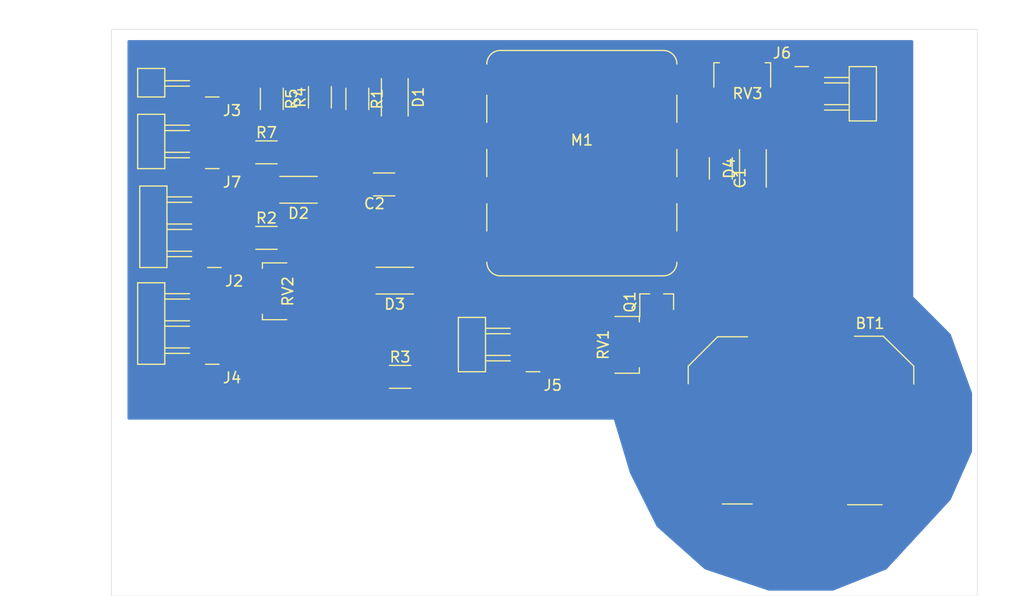
<source format=kicad_pcb>
(kicad_pcb (version 20240108) (generator "pcbnew") (generator_version "8.0")
  (layers (0 "F.Cu" signal) (31 "B.Cu" signal) (34 "B.Paste" user) (35 "F.Paste" user) (36 "B.SilkS" user "B.Silkscreen") (37 "F.SilkS" user "F.Silkscreen") (38 "B.Mask" user) (39 "F.Mask" user) (44 "Edge.Cuts" user))
  (net 0 "")
  (net 1 "PWR_GND")
  (net 2 "Net-(BT1-+)")
  (net 3 "Net-(D1-A)")
  (net 4 "Net-(M1-D2)")
  (net 5 "Net-(D2-A)")
  (net 6 "Net-(D3-A)")
  (net 7 "Net-(M1-D8)")
  (net 8 "Net-(D4-A)")
  (net 9 "Net-(D1-K)")
  (net 10 "D2")
  (net 11 "Net-(D3-K)")
  (net 12 "Net-(D4-K)")
  (net 13 "D0")
  (net 14 "D1")
  (net 15 "D3")
  (net 16 "D5")
  (net 17 "D4")
  (net 18 "D8")
  (net 19 "PWR_5V")
  (net 20 "Net-(M1-D10)")
  (net 21 "PWR_3V3")
  (net 22 "Net-(M1-D5)")
  (net 24 "Net-(M1-D3)")
  (net 26 "Net-(M1-D1)")
  (net 28 "Coil")
  (net 29 "Net-(R1-Pad1)")
  (footprint "fab:C_1206" (layer "F.Cu") (at 179 61.5 -90)
    (property "Reference" "C1" (at 0.9 -1.8 90) (layer "F.SilkS"))
    (property "Value" "C_1206")
    (fp_line (start 1 1.07) (end -1 1.07) (stroke (width 0.12)) (layer "F.SilkS"))
    (fp_line (start -1 -1.07) (end 1 -1.07) (stroke (width 0.12)) (layer "F.SilkS"))
    (pad "1" smd rect (at -1.5 0 270) (size 1.2 1.6) (layers "F.Cu" "F.Paste" "F.Mask") (net 20 "Net-(M1-D10)"))
    (pad "2" smd rect (at 1.5 0 270) (size 1.2 1.6) (layers "F.Cu" "F.Paste" "F.Mask") (net 8 "Net-(D4-A)"))
  )
  (footprint "fab:Potentiometer_TT_Model-23_4.5x5.0x3.0mm" (layer "F.Cu") (at 181 54)
    (property "Reference" "RV3" (at 0.5 0.5 0) (layer "F.SilkS"))
    (property "Value" "R_POT_10K_Trimmer")
    (fp_line (start -2.65 -2.38) (end -2.14 -2.38) (stroke (width 0.12)) (layer "F.SilkS"))
    (fp_line (start -2.65 -0.1) (end -2.65 -2.38) (stroke (width 0.12)) (layer "F.SilkS"))
    (fp_line (start 2.15 -2.38) (end 2.66 -2.38) (stroke (width 0.12)) (layer "F.SilkS"))
    (fp_line (start 2.66 -2.38) (end 2.66 -0.1) (stroke (width 0.12)) (layer "F.SilkS"))
    (pad "1" smd rect (at 1.16 2.75) (size 1.5 2) (layers "F.Cu" "F.Paste" "F.Mask") (net 12 "Net-(D4-K)"))
    (pad "2" smd rect (at 0 -2.75) (size 2 2.5) (layers "F.Cu" "F.Paste" "F.Mask") (net 18 "D8"))
    (pad "3" smd rect (at -1.15 2.75) (size 1.5 2) (layers "F.Cu" "F.Paste" "F.Mask") (net 1 "PWR_GND"))
  )
  (footprint "fab:Battery-Holder_Coin-Cell_CR2032_Linx_BAT-HLD-001" (layer "F.Cu") (at 186.5 85)
    (property "Reference" "BT1" (at 5 -9 0) (layer "F.SilkS") (effects (justify left)))
    (property "Value" "Battery-Holder_Coin-Cell_CR2032_Linx_BAT-HLD-001")
    (fp_line (start -10.55 -5) (end -10.55 -3.35) (stroke (width 0.12)) (layer "F.SilkS"))
    (fp_line (start -7.8 -7.75) (end -10.55 -5) (stroke (width 0.12)) (layer "F.SilkS"))
    (fp_line (start -7.8 -7.75) (end -5 -7.75) (stroke (width 0.12)) (layer "F.SilkS"))
    (fp_line (start -7.37 7.89) (end -4.57 7.89) (stroke (width 0.12)) (layer "F.SilkS"))
    (fp_line (start 5 -7.8) (end 7.7 -7.8) (stroke (width 0.12)) (layer "F.SilkS"))
    (fp_line (start 7.58 7.96) (end 4.36 7.96) (stroke (width 0.12)) (layer "F.SilkS"))
    (fp_line (start 7.7 -7.8) (end 10.55 -5) (stroke (width 0.12)) (layer "F.SilkS"))
    (fp_line (start 10.55 -5) (end 10.55 -3.33) (stroke (width 0.12)) (layer "F.SilkS"))
    (pad "1" smd rect (at -11.45 0) (size 2.5 6) (layers "F.Cu" "F.Paste" "F.Mask") (net 2 "Net-(BT1-+)"))
    (pad "1" smd rect (at 11.45 0) (size 2.5 6) (layers "F.Cu" "F.Paste" "F.Mask") (net 2 "Net-(BT1-+)"))
    (pad "2" smd circle (at 0 0) (size 17.8 17.8) (layers "F.Cu" "F.Paste" "F.Mask") (net 1 "PWR_GND"))
  )
  (footprint "fab:Potentiometer_TT_Model-23_4.5x5.0x3.0mm" (layer "F.Cu") (at 138.5 73 90)
    (property "Reference" "RV2" (at 0 0 90) (layer "F.SilkS"))
    (property "Value" "R_POT_10K_Trimmer")
    (fp_line (start 2.66 -2.38) (end 2.66 -0.1) (stroke (width 0.12)) (layer "F.SilkS"))
    (fp_line (start 2.15 -2.38) (end 2.66 -2.38) (stroke (width 0.12)) (layer "F.SilkS"))
    (fp_line (start -2.65 -2.38) (end -2.14 -2.38) (stroke (width 0.12)) (layer "F.SilkS"))
    (fp_line (start -2.65 -0.1) (end -2.65 -2.38) (stroke (width 0.12)) (layer "F.SilkS"))
    (pad "1" smd rect (at 1.16 2.75 90) (size 1.5 2) (layers "F.Cu" "F.Paste" "F.Mask") (net 11 "Net-(D3-K)"))
    (pad "2" smd rect (at 0 -2.75 90) (size 2 2.5) (layers "F.Cu" "F.Paste" "F.Mask") (net 17 "D4"))
    (pad "3" smd rect (at -1.15 2.75 90) (size 1.5 2) (layers "F.Cu" "F.Paste" "F.Mask") (net 1 "PWR_GND"))
  )
  (footprint "fab:R_1206" (layer "F.Cu") (at 149 81)
    (property "Reference" "R3" (at 0 -1.85 0) (layer "F.SilkS"))
    (property "Value" "R_1206")
    (fp_line (start -1 -1.07) (end 1 -1.07) (stroke (width 0.12)) (layer "F.SilkS"))
    (fp_line (start 1 1.07) (end -1 1.07) (stroke (width 0.12)) (layer "F.SilkS"))
    (pad "1" smd rect (at -1.5 0) (size 1.2 1.6) (layers "F.Cu" "F.Paste" "F.Mask") (net 16 "D5"))
    (pad "2" smd rect (at 1.5 0) (size 1.2 1.6) (layers "F.Cu" "F.Paste" "F.Mask") (net 22 "Net-(M1-D5)"))
  )
  (footprint "fab:R_1206" (layer "F.Cu") (at 136.5 68)
    (property "Reference" "R2" (at 0 -1.85 0) (layer "F.SilkS"))
    (property "Value" "R_1206")
    (fp_line (start -1 -1.07) (end 1 -1.07) (stroke (width 0.12)) (layer "F.SilkS"))
    (fp_line (start 1 1.07) (end -1 1.07) (stroke (width 0.12)) (layer "F.SilkS"))
    (pad "1" smd rect (at -1.5 0) (size 1.2 1.6) (layers "F.Cu" "F.Paste" "F.Mask") (net 15 "D3"))
    (pad "2" smd rect (at 1.5 0) (size 1.2 1.6) (layers "F.Cu" "F.Paste" "F.Mask") (net 24 "Net-(M1-D3)"))
  )
  (footprint "fab:Diode_Schottky_MiniSMA" (layer "F.Cu") (at 148.5 54.85 90)
    (property "Reference" "D1" (at 0 2.2 90) (layer "F.SilkS"))
    (property "Value" "Diode_Schottky_MiniSMA")
    (fp_line (start -1.75 -1.25) (end 1.75 -1.25) (stroke (width 0.12)) (layer "F.SilkS"))
    (fp_line (start -1.75 1.25) (end 1.75 1.25) (stroke (width 0.12)) (layer "F.SilkS"))
    (pad "1" smd rect (at -1.65 0 90) (size 1.4 1.9) (layers "F.Cu" "F.Paste" "F.Mask") (net 9 "Net-(D1-K)"))
    (pad "2" smd rect (at 1.65 0 90) (size 1.4 1.9) (layers "F.Cu" "F.Paste" "F.Mask") (net 3 "Net-(D1-A)"))
  )
  (footprint "fab:Module_XIAO_Generic_SocketSMD" (layer "F.Cu") (at 166 61)
    (property "Reference" "M1" (at 0.0025 -2.149 0) (layer "F.SilkS"))
    (property "Value" "Module_XIAO_Generic_SocketSMD")
    (fp_line (start -8.89 -6.35) (end -8.89 -3.81) (stroke (width 0.12)) (layer "F.SilkS"))
    (fp_line (start -8.89 -1.27) (end -8.89 1.27) (stroke (width 0.12)) (layer "F.SilkS"))
    (fp_line (start -8.89 3.81) (end -8.89 6.35) (stroke (width 0.12)) (layer "F.SilkS"))
    (fp_line (start -7.6175 -10.531) (end 7.6225 -10.531) (stroke (width 0.12)) (layer "F.SilkS"))
    (fp_line (start 7.6225 10.551) (end -7.6175 10.551) (stroke (width 0.12)) (layer "F.SilkS"))
    (fp_line (start 8.89 -6.35) (end 8.89 -3.81) (stroke (width 0.12)) (layer "F.SilkS"))
    (fp_line (start 8.89 -1.27) (end 8.89 1.27) (stroke (width 0.12)) (layer "F.SilkS"))
    (fp_line (start 8.89 3.81) (end 8.89 6.35) (stroke (width 0.12)) (layer "F.SilkS"))
    (fp_arc (start -8.8875 -9.261) (mid -8.515526 -10.159026) (end -7.6175 -10.531) (stroke (width 0.12)) (layer "F.SilkS"))
    (fp_arc (start -7.6175 10.551) (mid -8.515526 10.179026) (end -8.8875 9.281) (stroke (width 0.12)) (layer "F.SilkS"))
    (fp_arc (start 7.6225 -10.531) (mid 8.520526 -10.159026) (end 8.8925 -9.261) (stroke (width 0.12)) (layer "F.SilkS"))
    (fp_arc (start 8.8925 9.281) (mid 8.520526 10.179026) (end 7.6225 10.551) (stroke (width 0.12)) (layer "F.SilkS"))
    (pad "1" smd rect (at -9.27 -7.62) (size 2 1) (layers "F.Cu" "F.Paste" "F.Mask") (net 3 "Net-(D1-A)"))
    (pad "2" smd rect (at -5.97 -5.08) (size 2 1) (layers "F.Cu" "F.Paste" "F.Mask") (net 26 "Net-(M1-D1)"))
    (pad "3" smd rect (at -9.27 -2.54) (size 2 1) (layers "F.Cu" "F.Paste" "F.Mask") (net 4 "Net-(M1-D2)"))
    (pad "4" smd rect (at -5.97 0) (size 2 1) (layers "F.Cu" "F.Paste" "F.Mask") (net 24 "Net-(M1-D3)"))
    (pad "5" smd rect (at -9.27 2.54) (size 2 1) (layers "F.Cu" "F.Paste" "F.Mask") (net 6 "Net-(D3-A)"))
    (pad "6" smd rect (at -5.97 5.08) (size 2 1) (layers "F.Cu" "F.Paste" "F.Mask") (net 22 "Net-(M1-D5)"))
    (pad "7" smd rect (at -9.27 7.62) (size 2 1) (layers "F.Cu" "F.Paste" "F.Mask"))
    (pad "8" smd rect (at 9.27 7.62) (size 2 1) (layers "F.Cu" "F.Paste" "F.Mask"))
    (pad "9" smd rect (at 5.97 5.08) (size 2 1) (layers "F.Cu" "F.Paste" "F.Mask") (net 7 "Net-(M1-D8)"))
    (pad "10" smd rect (at 9.27 2.54) (size 2 1) (layers "F.Cu" "F.Paste" "F.Mask"))
    (pad "11" smd rect (at 5.97 0) (size 2 1) (layers "F.Cu" "F.Paste" "F.Mask") (net 20 "Net-(M1-D10)"))
    (pad "12" smd rect (at 9.27 -2.54) (size 2 1) (layers "F.Cu" "F.Paste" "F.Mask") (net 21 "PWR_3V3"))
    (pad "13" smd rect (at 5.97 -5.08) (size 2 1) (layers "F.Cu" "F.Paste" "F.Mask") (net 1 "PWR_GND"))
    (pad "14" smd rect (at 9.27 -7.62) (size 2 1) (layers "F.Cu" "F.Paste" "F.Mask") (net 19 "PWR_5V"))
  )
  (footprint "fab:PinHeader_01x03_P2.54mm_Horizontal_SMD" (layer "F.Cu") (at 131 69.5 180)
    (property "Reference" "J2" (at -1.524 -2.54 0) (layer "F.SilkS") (effects (justify left)))
    (property "Value" "PinHeader_01x03_P2.54mm_Horizontal_SMD")
    (fp_line (start 6.35 6.35) (end 3.81 6.35) (stroke (width 0.12)) (layer "F.SilkS"))
    (fp_line (start 6.35 -1.27) (end 6.35 6.35) (stroke (width 0.12)) (layer "F.SilkS"))
    (fp_line (start 3.81 6.35) (end 3.81 -1.27) (stroke (width 0.12)) (layer "F.SilkS"))
    (fp_line (start 3.81 5.334) (end 1.5 5.334) (stroke (width 0.12)) (layer "F.SilkS"))
    (fp_line (start 3.81 4.826) (end 1.5 4.826) (stroke (width 0.12)) (layer "F.SilkS"))
    (fp_line (start 3.81 2.794) (end 1.5 2.794) (stroke (width 0.12)) (layer "F.SilkS"))
    (fp_line (start 3.81 2.286) (end 1.5 2.286) (stroke (width 0.12)) (layer "F.SilkS"))
    (fp_line (start 3.81 0.254) (end 1.5 0.254) (stroke (width 0.12)) (layer "F.SilkS"))
    (fp_line (start 3.81 -0.254) (end 1.5 -0.254) (stroke (width 0.12)) (layer "F.SilkS"))
    (fp_line (start 3.81 -1.27) (end 6.35 -1.27) (stroke (width 0.12)) (layer "F.SilkS"))
    (fp_line (start -1.27 -1.27) (end 0 -1.27) (stroke (width 0.12)) (layer "F.SilkS"))
    (pad "1" smd rect (at 0 0 180) (size 2.5 1.7) (layers "F.Cu" "F.Paste" "F.Mask") (net 15 "D3"))
    (pad "2" smd rect (at 0 2.54 180) (size 2.5 1.7) (layers "F.Cu" "F.Paste" "F.Mask") (net 1 "PWR_GND"))
    (pad "3" smd rect (at 0 5.08 180) (size 2.5 1.7) (layers "F.Cu" "F.Paste" "F.Mask") (net 10 "D2"))
  )
  (footprint "fab:Diode_Schottky_MiniSMA" (layer "F.Cu") (at 139.5 63.5)
    (property "Reference" "D2" (at 0 2.2 0) (layer "F.SilkS"))
    (property "Value" "Diode_Schottky_MiniSMA")
    (fp_line (start -1.75 -1.25) (end 1.75 -1.25) (stroke (width 0.12)) (layer "F.SilkS"))
    (fp_line (start -1.75 1.25) (end 1.75 1.25) (stroke (width 0.12)) (layer "F.SilkS"))
    (pad "1" smd rect (at -1.65 0) (size 1.4 1.9) (layers "F.Cu" "F.Paste" "F.Mask") (net 10 "D2"))
    (pad "2" smd rect (at 1.65 0) (size 1.4 1.9) (layers "F.Cu" "F.Paste" "F.Mask") (net 5 "Net-(D2-A)"))
  )
  (footprint "fab:Potentiometer_TT_Model-23_4.5x5.0x3.0mm" (layer "F.Cu") (at 169 78 -90)
    (property "Reference" "RV1" (at 0 1 90) (layer "F.SilkS"))
    (property "Value" "R_POT_10K_Trimmer")
    (fp_line (start -2.65 -0.1) (end -2.65 -2.38) (stroke (width 0.12)) (layer "F.SilkS"))
    (fp_line (start -2.65 -2.38) (end -2.14 -2.38) (stroke (width 0.12)) (layer "F.SilkS"))
    (fp_line (start 2.15 -2.38) (end 2.66 -2.38) (stroke (width 0.12)) (layer "F.SilkS"))
    (fp_line (start 2.66 -2.38) (end 2.66 -0.1) (stroke (width 0.12)) (layer "F.SilkS"))
    (pad "1" smd rect (at 1.16 2.75 270) (size 1.5 2) (layers "F.Cu" "F.Paste" "F.Mask") (net 2 "Net-(BT1-+)"))
    (pad "2" smd rect (at 0 -2.75 270) (size 2 2.5) (layers "F.Cu" "F.Paste" "F.Mask") (net 28 "Coil"))
    (pad "3" smd rect (at -1.15 2.75 270) (size 1.5 2) (layers "F.Cu" "F.Paste" "F.Mask") (net 1 "PWR_GND"))
  )
  (footprint "fab:R_1206" (layer "F.Cu") (at 137 55 -90)
    (property "Reference" "R5" (at 0 -1.85 90) (layer "F.SilkS"))
    (property "Value" "R_1206")
    (fp_line (start 1 1.07) (end -1 1.07) (stroke (width 0.12)) (layer "F.SilkS"))
    (fp_line (start -1 -1.07) (end 1 -1.07) (stroke (width 0.12)) (layer "F.SilkS"))
    (pad "1" smd rect (at -1.5 0 270) (size 1.2 1.6) (layers "F.Cu" "F.Paste" "F.Mask") (net 1 "PWR_GND"))
    (pad "2" smd rect (at 1.5 0 270) (size 1.2 1.6) (layers "F.Cu" "F.Paste" "F.Mask") (net 13 "D0"))
  )
  (footprint "fab:C_1206" (layer "F.Cu") (at 147.5 63 180)
    (property "Reference" "C2" (at 0.9 -1.8 0) (layer "F.SilkS"))
    (property "Value" "C_1206")
    (fp_line (start 1 1.07) (end -1 1.07) (stroke (width 0.12)) (layer "F.SilkS"))
    (fp_line (start -1 -1.07) (end 1 -1.07) (stroke (width 0.12)) (layer "F.SilkS"))
    (pad "1" smd rect (at -1.5 0 180) (size 1.2 1.6) (layers "F.Cu" "F.Paste" "F.Mask") (net 4 "Net-(M1-D2)"))
    (pad "2" smd rect (at 1.5 0 180) (size 1.2 1.6) (layers "F.Cu" "F.Paste" "F.Mask") (net 5 "Net-(D2-A)"))
  )
  (footprint "fab:SOT-23-3" (layer "F.Cu") (at 173 74 90)
    (property "Reference" "Q1" (at 0 -2.5 90) (layer "F.SilkS"))
    (property "Value" "Transistor_MOSFET_NCh_SOT23")
    (fp_line (start 0.76 -1.58) (end -1.4 -1.58) (stroke (width 0.12)) (layer "F.SilkS"))
    (fp_line (start 0.76 -1.58) (end 0.76 -0.65) (stroke (width 0.12)) (layer "F.SilkS"))
    (fp_line (start 0.76 1.58) (end 0.76 0.65) (stroke (width 0.12)) (layer "F.SilkS"))
    (fp_line (start 0.76 1.58) (end -0.7 1.58) (stroke (width 0.12)) (layer "F.SilkS"))
    (pad "1" smd rect (at -1.2 -0.95 90) (size 1 0.7) (layers "F.Cu" "F.Paste" "F.Mask") (net 28 "Coil"))
    (pad "2" smd rect (at -1.2 0.95 90) (size 1 0.7) (layers "F.Cu" "F.Paste" "F.Mask") (net 7 "Net-(M1-D8)"))
    (pad "3" smd rect (at 1.2 0 90) (size 1 0.7) (layers "F.Cu" "F.Paste" "F.Mask") (net 1 "PWR_GND"))
  )
  (footprint "fab:PinHeader_01x01_P2.54mm_Horizontal_SMD" (layer "F.Cu") (at 130.8 53.55 180)
    (property "Reference" "J3" (at -1.524 -2.54 0) (layer "F.SilkS") (effects (justify left)))
    (property "Value" "PinHeader_01x01_P2.54mm_Horizontal_SMD")
    (fp_line (start 6.35 1.397) (end 3.81 1.397) (stroke (width 0.12)) (layer "F.SilkS"))
    (fp_line (start 6.35 -1.27) (end 6.35 1.397) (stroke (width 0.12)) (layer "F.SilkS"))
    (fp_line (start 3.81 1.397) (end 3.81 -1.27) (stroke (width 0.12)) (layer "F.SilkS"))
    (fp_line (start 3.81 0.254) (end 1.5 0.254) (stroke (width 0.12)) (layer "F.SilkS"))
    (fp_line (start 3.81 -0.254) (end 1.5 -0.254) (stroke (width 0.12)) (layer "F.SilkS"))
    (fp_line (start 3.81 -1.27) (end 6.35 -1.27) (stroke (width 0.12)) (layer "F.SilkS"))
    (fp_line (start -1.27 -1.27) (end 0 -1.27) (stroke (width 0.12)) (layer "F.SilkS"))
    (pad "1" smd rect (at 0 0 180) (size 2.5 1.7) (layers "F.Cu" "F.Paste" "F.Mask") (net 1 "PWR_GND"))
  )
  (footprint "fab:PinHeader_01x02_P2.54mm_Horizontal_SMD" (layer "F.Cu") (at 160.8 79.25 180)
    (property "Reference" "J5" (at -1.524 -2.54 0) (layer "F.SilkS") (effects (justify left)))
    (property "Value" "PinHeader_01x02_P2.54mm_Horizontal_SMD")
    (fp_line (start 6.35 3.81) (end 3.81 3.81) (stroke (width 0.12)) (layer "F.SilkS"))
    (fp_line (start 6.35 -1.27) (end 6.35 3.81) (stroke (width 0.12)) (layer "F.SilkS"))
    (fp_line (start 3.81 3.81) (end 3.81 -1.27) (stroke (width 0.12)) (layer "F.SilkS"))
    (fp_line (start 3.81 2.794) (end 1.5 2.794) (stroke (width 0.12)) (layer "F.SilkS"))
    (fp_line (start 3.81 2.286) (end 1.5 2.286) (stroke (width 0.12)) (layer "F.SilkS"))
    (fp_line (start 3.81 0.254) (end 1.5 0.254) (stroke (width 0.12)) (layer "F.SilkS"))
    (fp_line (start 3.81 -0.254) (end 1.5 -0.254) (stroke (width 0.12)) (layer "F.SilkS"))
    (fp_line (start 3.81 -1.27) (end 6.35 -1.27) (stroke (width 0.12)) (layer "F.SilkS"))
    (fp_line (start -1.27 -1.27) (end 0 -1.27) (stroke (width 0.12)) (layer "F.SilkS"))
    (pad "1" smd rect (at 0 0 180) (size 2.5 1.7) (layers "F.Cu" "F.Paste" "F.Mask") (net 1 "PWR_GND"))
    (pad "2" smd rect (at 0 2.54 180) (size 2.5 1.7) (layers "F.Cu" "F.Paste" "F.Mask") (net 28 "Coil"))
  )
  (footprint "fab:PinHeader_01x02_P2.54mm_Horizontal_SMD" (layer "F.Cu") (at 130.8 60.25 180)
    (property "Reference" "J7" (at -1.524 -2.54 0) (layer "F.SilkS") (effects (justify left)))
    (property "Value" "PinHeader_01x02_P2.54mm_Horizontal_SMD")
    (fp_line (start 6.35 3.81) (end 3.81 3.81) (stroke (width 0.12)) (layer "F.SilkS"))
    (fp_line (start 6.35 -1.27) (end 6.35 3.81) (stroke (width 0.12)) (layer "F.SilkS"))
    (fp_line (start 3.81 3.81) (end 3.81 -1.27) (stroke (width 0.12)) (layer "F.SilkS"))
    (fp_line (start 3.81 2.794) (end 1.5 2.794) (stroke (width 0.12)) (layer "F.SilkS"))
    (fp_line (start 3.81 2.286) (end 1.5 2.286) (stroke (width 0.12)) (layer "F.SilkS"))
    (fp_line (start 3.81 0.254) (end 1.5 0.254) (stroke (width 0.12)) (layer "F.SilkS"))
    (fp_line (start 3.81 -0.254) (end 1.5 -0.254) (stroke (width 0.12)) (layer "F.SilkS"))
    (fp_line (start 3.81 -1.27) (end 6.35 -1.27) (stroke (width 0.12)) (layer "F.SilkS"))
    (fp_line (start -1.27 -1.27) (end 0 -1.27) (stroke (width 0.12)) (layer "F.SilkS"))
    (pad "1" smd rect (at 0 0 180) (size 2.5 1.7) (layers "F.Cu" "F.Paste" "F.Mask") (net 14 "D1"))
    (pad "2" smd rect (at 0 2.54 180) (size 2.5 1.7) (layers "F.Cu" "F.Paste" "F.Mask") (net 13 "D0"))
  )
  (footprint "fab:PinHeader_01x03_P2.54mm_Horizontal_SMD" (layer "F.Cu") (at 130.8 78.55 180)
    (property "Reference" "J4" (at -1.524 -2.54 0) (layer "F.SilkS") (effects (justify left)))
    (property "Value" "PinHeader_01x03_P2.54mm_Horizontal_SMD")
    (fp_line (start 6.35 6.35) (end 3.81 6.35) (stroke (width 0.12)) (layer "F.SilkS"))
    (fp_line (start 6.35 -1.27) (end 6.35 6.35) (stroke (width 0.12)) (layer "F.SilkS"))
    (fp_line (start 3.81 6.35) (end 3.81 -1.27) (stroke (width 0.12)) (layer "F.SilkS"))
    (fp_line (start 3.81 5.334) (end 1.5 5.334) (stroke (width 0.12)) (layer "F.SilkS"))
    (fp_line (start 3.81 4.826) (end 1.5 4.826) (stroke (width 0.12)) (layer "F.SilkS"))
    (fp_line (start 3.81 2.794) (end 1.5 2.794) (stroke (width 0.12)) (layer "F.SilkS"))
    (fp_line (start 3.81 2.286) (end 1.5 2.286) (stroke (width 0.12)) (layer "F.SilkS"))
    (fp_line (start 3.81 0.254) (end 1.5 0.254) (stroke (width 0.12)) (layer "F.SilkS"))
    (fp_line (start 3.81 -0.254) (end 1.5 -0.254) (stroke (width 0.12)) (layer "F.SilkS"))
    (fp_line (start 3.81 -1.27) (end 6.35 -1.27) (stroke (width 0.12)) (layer "F.SilkS"))
    (fp_line (start -1.27 -1.27) (end 0 -1.27) (stroke (width 0.12)) (layer "F.SilkS"))
    (pad "1" smd rect (at 0 0 180) (size 2.5 1.7) (layers "F.Cu" "F.Paste" "F.Mask") (net 16 "D5"))
    (pad "2" smd rect (at 0 2.54 180) (size 2.5 1.7) (layers "F.Cu" "F.Paste" "F.Mask") (net 1 "PWR_GND"))
    (pad "3" smd rect (at 0 5.08 180) (size 2.5 1.7) (layers "F.Cu" "F.Paste" "F.Mask") (net 17 "D4"))
  )
  (footprint "fab:R_1206" (layer "F.Cu") (at 136.5 60)
    (property "Reference" "R7" (at 0 -1.85 0) (layer "F.SilkS"))
    (property "Value" "R_1206")
    (fp_line (start -1 -1.07) (end 1 -1.07) (stroke (width 0.12)) (layer "F.SilkS"))
    (fp_line (start 1 1.07) (end -1 1.07) (stroke (width 0.12)) (layer "F.SilkS"))
    (pad "1" smd rect (at -1.5 0) (size 1.2 1.6) (layers "F.Cu" "F.Paste" "F.Mask") (net 14 "D1"))
    (pad "2" smd rect (at 1.5 0) (size 1.2 1.6) (layers "F.Cu" "F.Paste" "F.Mask") (net 26 "Net-(M1-D1)"))
  )
  (footprint "fab:Diode_Schottky_MiniSMA" (layer "F.Cu") (at 148.5 72)
    (property "Reference" "D3" (at 0 2.2 0) (layer "F.SilkS"))
    (property "Value" "Diode_Schottky_MiniSMA")
    (fp_line (start -1.75 -1.25) (end 1.75 -1.25) (stroke (width 0.12)) (layer "F.SilkS"))
    (fp_line (start -1.75 1.25) (end 1.75 1.25) (stroke (width 0.12)) (layer "F.SilkS"))
    (pad "1" smd rect (at -1.65 0) (size 1.4 1.9) (layers "F.Cu" "F.Paste" "F.Mask") (net 11 "Net-(D3-K)"))
    (pad "2" smd rect (at 1.65 0) (size 1.4 1.9) (layers "F.Cu" "F.Paste" "F.Mask") (net 6 "Net-(D3-A)"))
  )
  (footprint "fab:PinHeader_01x02_P2.54mm_Horizontal_SMD" (layer "F.Cu") (at 187.2 53.25)
    (property "Reference" "J6" (at -1.524 -2.54 0) (layer "F.SilkS") (effects (justify right)))
    (property "Value" "PinHeader_01x02_P2.54mm_Horizontal_SMD")
    (fp_line (start -1.27 -1.27) (end 0 -1.27) (stroke (width 0.12)) (layer "F.SilkS"))
    (fp_line (start 3.81 -1.27) (end 6.35 -1.27) (stroke (width 0.12)) (layer "F.SilkS"))
    (fp_line (start 3.81 -0.254) (end 1.5 -0.254) (stroke (width 0.12)) (layer "F.SilkS"))
    (fp_line (start 3.81 0.254) (end 1.5 0.254) (stroke (width 0.12)) (layer "F.SilkS"))
    (fp_line (start 3.81 2.286) (end 1.5 2.286) (stroke (width 0.12)) (layer "F.SilkS"))
    (fp_line (start 3.81 2.794) (end 1.5 2.794) (stroke (width 0.12)) (layer "F.SilkS"))
    (fp_line (start 3.81 3.81) (end 3.81 -1.27) (stroke (width 0.12)) (layer "F.SilkS"))
    (fp_line (start 6.35 -1.27) (end 6.35 3.81) (stroke (width 0.12)) (layer "F.SilkS"))
    (fp_line (start 6.35 3.81) (end 3.81 3.81) (stroke (width 0.12)) (layer "F.SilkS"))
    (pad "1" smd rect (at 0 0) (size 2.5 1.7) (layers "F.Cu" "F.Paste" "F.Mask") (net 18 "D8"))
    (pad "2" smd rect (at 0 2.54) (size 2.5 1.7) (layers "F.Cu" "F.Paste" "F.Mask") (net 1 "PWR_GND"))
  )
  (footprint "fab:Diode_Schottky_MiniSMA" (layer "F.Cu") (at 182 61.5 -90)
    (property "Reference" "D4" (at 0 2.2 90) (layer "F.SilkS"))
    (property "Value" "Diode_Schottky_MiniSMA")
    (fp_line (start -1.75 1.25) (end 1.75 1.25) (stroke (width 0.12)) (layer "F.SilkS"))
    (fp_line (start -1.75 -1.25) (end 1.75 -1.25) (stroke (width 0.12)) (layer "F.SilkS"))
    (pad "1" smd rect (at -1.65 0 270) (size 1.4 1.9) (layers "F.Cu" "F.Paste" "F.Mask") (net 12 "Net-(D4-K)"))
    (pad "2" smd rect (at 1.65 0 270) (size 1.4 1.9) (layers "F.Cu" "F.Paste" "F.Mask") (net 8 "Net-(D4-A)"))
  )
  (footprint "fab:R_1206" (layer "F.Cu") (at 145 55 -90)
    (property "Reference" "R1" (at 0 -1.85 90) (layer "F.SilkS"))
    (property "Value" "R_1206" (hide yes))
    (fp_line (start 1 1.07) (end -1 1.07) (stroke (width 0.12)) (layer "F.SilkS"))
    (fp_line (start -1 -1.07) (end 1 -1.07) (stroke (width 0.12)) (layer "F.SilkS"))
    (pad "1" smd rect (at -1.5 0 270) (size 1.2 1.6) (layers "F.Cu" "F.Paste" "F.Mask") (net 29 "Net-(R1-Pad1)"))
    (pad "2" smd rect (at 1.5 0 270) (size 1.2 1.6) (layers "F.Cu" "F.Paste" "F.Mask") (net 9 "Net-(D1-K)"))
  )
  (footprint "fab:R_1206" (layer "F.Cu") (at 141.5 54.85 90)
    (property "Reference" "R4" (at 0 -1.85 90) (layer "F.SilkS"))
    (property "Value" "R_1206")
    (fp_line (start -1 -1.07) (end 1 -1.07) (stroke (width 0.12)) (layer "F.SilkS"))
    (fp_line (start 1 1.07) (end -1 1.07) (stroke (width 0.12)) (layer "F.SilkS"))
    (pad "1" smd rect (at -1.5 0 90) (size 1.2 1.6) (layers "F.Cu" "F.Paste" "F.Mask") (net 13 "D0"))
    (pad "2" smd rect (at 1.5 0 90) (size 1.2 1.6) (layers "F.Cu" "F.Paste" "F.Mask") (net 29 "Net-(R1-Pad1)"))
  )
  (gr_rect (start 122 48.5) (end 203 101.5) (stroke (width 0.05)) (fill none) (layer "Edge.Cuts"))
  (segment (start 168.5 63) (end 168.5 59.39) (width 1) (layer "F.Cu") (net 1))
  (segment (start 179.85 54.65) (end 179.85 56.75) (width 1) (layer "F.Cu") (net 1))
  (segment (start 131.66 66.3) (end 131 66.96) (width 1) (layer "F.Cu") (net 1))
  (segment (start 171.97 55.92) (end 165.92 55.92) (width 1) (layer "F.Cu") (net 1))
  (segment (start 130.8 76.01) (end 139.39 76.01) (width 1) (layer "F.Cu") (net 1))
  (segment (start 130.8 53.55) (end 132.72 53.55) (width 1) (layer "F.Cu") (net 1))
  (segment (start 128 56.35) (end 128 65) (width 1) (layer "F.Cu") (net 1))
  (segment (start 172.8 56.75) (end 171.97 55.92) (width 1) (layer "F.Cu") (net 1))
  (segment (start 129.96 66.96) (end 131 66.96) (width 1) (layer "F.Cu") (net 1))
  (segment (start 184.05 54) (end 180.5 54) (width 1) (layer "F.Cu") (net 1))
  (segment (start 173 72.8) (end 171.3 72.8) (width 1) (layer "F.Cu") (net 1))
  (segment (start 179.85 56.75) (end 172.8 56.75) (width 1) (layer "F.Cu") (net 1))
  (segment (start 169 63.5) (end 168.5 63) (width 1) (layer "F.Cu") (net 1))
  (segment (start 137.9 71.1) (end 136.5 69.7) (width 1) (layer "F.Cu") (net 1))
  (segment (start 168.5 59.39) (end 171.97 55.92) (width 1) (layer "F.Cu") (net 1))
  (segment (start 178.5 66) (end 174.93 66) (width 1) (layer "F.Cu") (net 1))
  (segment (start 174.93 66) (end 172.43 63.5) (width 1) (layer "F.Cu") (net 1))
  (segment (start 165.92 55.92) (end 161 51) (width 1) (layer "F.Cu") (net 1))
  (segment (start 186.5 85) (end 186.5 74) (width 1) (layer "F.Cu") (net 1))
  (segment (start 158.65 78.46) (end 158 77.81) (width 1) (layer "F.Cu") (net 1))
  (segment (start 158 77.81) (end 158 74) (width 1) (layer "F.Cu") (net 1))
  (segment (start 136.5 66.3) (end 131.66 66.3) (width 1) (layer "F.Cu") (net 1))
  (segment (start 162.64 78.46) (end 158.65 78.46) (width 1) (layer "F.Cu") (net 1))
  (segment (start 136.5 69.7) (end 136.5 66.3) (width 1) (layer "F.Cu") (net 1))
  (segment (start 187.2 55.79) (end 185.84 55.79) (width 1) (layer "F.Cu") (net 1))
  (segment (start 164.25 76.85) (end 162.64 78.46) (width 1) (layer "F.Cu") (net 1))
  (segment (start 185.84 55.79) (end 184.05 54) (width 1) (layer "F.Cu") (net 1))
  (segment (start 186.5 74) (end 182.75 70.25) (width 1) (layer "F.Cu") (net 1))
  (segment (start 161 51) (end 135.27 51) (width 1) (layer "F.Cu") (net 1))
  (segment (start 136.95 53.55) (end 137 53.5) (width 1) (layer "F.Cu") (net 1))
  (segment (start 163.05 79.25) (end 165.45 76.85) (width 1) (layer "F.Cu") (net 1))
  (segment (start 139.39 76.01) (end 141.25 74.15) (width 1) (layer "F.Cu") (net 1))
  (segment (start 169.5 64) (end 169 63.5) (width 1) (layer "F.Cu") (net 1))
  (segment (start 136.79 76.01) (end 137.9 74.9) (width 1) (layer "F.Cu") (net 1))
  (segment (start 130.8 76.01) (end 136.79 76.01) (width 1) (layer "F.Cu") (net 1))
  (segment (start 180.5 54) (end 179.85 54.65) (width 1) (layer "F.Cu") (net 1))
  (segment (start 171.3 72.8) (end 169.5 71) (width 1) (layer "F.Cu") (net 1))
  (segment (start 166.25 76.85) (end 164.25 76.85) (width 1) (layer "F.Cu") (net 1))
  (segment (start 187.2 55.79) (end 187.2 73.3) (width 1) (layer "F.Cu") (net 1))
  (segment (start 165.45 76.85) (end 166.25 76.85) (width 1) (layer "F.Cu") (net 1))
  (segment (start 160.8 79.25) (end 163.05 79.25) (width 1) (layer "F.Cu") (net 1))
  (segment (start 187.2 73.3) (end 186.5 74) (width 1) (layer "F.Cu") (net 1))
  (segment (start 169.5 71) (end 169.5 64) (width 1) (layer "F.Cu") (net 1))
  (segment (start 132.72 53.55) (end 135.27 51) (width 1) (layer "F.Cu") (net 1))
  (segment (start 128 65) (end 129.96 66.96) (width 1) (layer "F.Cu") (net 1))
  (segment (start 182.75 70.25) (end 178.5 66) (width 1) (layer "F.Cu") (net 1))
  (segment (start 172.43 63.5) (end 169 63.5) (width 1) (layer "F.Cu") (net 1))
  (segment (start 161 71) (end 169.5 71) (width 1) (layer "F.Cu") (net 1))
  (segment (start 158 74) (end 161 71) (width 1) (layer "F.Cu") (net 1))
  (segment (start 137.9 74.9) (end 137.9 71.1) (width 1) (layer "F.Cu") (net 1))
  (segment (start 130.8 53.55) (end 136.95 53.55) (width 1) (layer "F.Cu") (net 1))
  (segment (start 130.8 53.55) (end 128 56.35) (width 1) (layer "F.Cu") (net 1))
  (segment (start 182.5 95.5) (end 175.05 88.05) (width 0.6) (layer "F.Cu") (net 2))
  (segment (start 197.95 85) (end 197.95 88.05) (width 0.6) (layer "F.Cu") (net 2))
  (segment (start 197.95 88.05) (end 190.5 95.5) (width 0.6) (layer "F.Cu") (net 2))
  (segment (start 172.09 85) (end 166.25 79.16) (width 0.6) (layer "F.Cu") (net 2))
  (segment (start 175.05 88.05) (end 175.05 85) (width 0.6) (layer "F.Cu") (net 2))
  (segment (start 175.05 85) (end 172.09 85) (width 0.6) (layer "F.Cu") (net 2))
  (segment (start 190.5 95.5) (end 182.5 95.5) (width 0.6) (layer "F.Cu") (net 2))
  (segment (start 148.5 53.2) (end 156.55 53.2) (width 0.6) (layer "F.Cu") (net 3))
  (segment (start 156.55 53.2) (end 156.73 53.38) (width 0.6) (layer "F.Cu") (net 3))
  (segment (start 156.73 58.46) (end 153.54 58.46) (width 0.6) (layer "F.Cu") (net 4))
  (segment (start 153.54 58.46) (end 149 63) (width 0.6) (layer "F.Cu") (net 4))
  (segment (start 145.5 63.5) (end 146 63) (width 0.6) (layer "F.Cu") (net 5))
  (segment (start 141.15 63.5) (end 145.5 63.5) (width 0.6) (layer "F.Cu") (net 5))
  (segment (start 156.73 65.42) (end 150.15 72) (width 0.6) (layer "F.Cu") (net 6))
  (segment (start 156.73 63.54) (end 156.73 65.42) (width 0.6) (layer "F.Cu") (net 6))
  (segment (start 174.3 75.2) (end 176 73.5) (width 0.6) (layer "F.Cu") (net 7))
  (segment (start 176 72) (end 171.97 67.97) (width 0.6) (layer "F.Cu") (net 7))
  (segment (start 173.95 75.2) (end 174.3 75.2) (width 0.6) (layer "F.Cu") (net 7))
  (segment (start 171.97 67.97) (end 171.97 66.08) (width 0.6) (layer "F.Cu") (net 7))
  (segment (start 176 73.5) (end 176 72) (width 0.6) (layer "F.Cu") (net 7))
  (segment (start 181.85 63) (end 182 63.15) (width 0.6) (layer "F.Cu") (net 8))
  (segment (start 179 63) (end 181.85 63) (width 0.6) (layer "F.Cu") (net 8))
  (segment (start 145 56.5) (end 148.5 56.5) (width 0.6) (layer "F.Cu") (net 9))
  (segment (start 131.92 63.5) (end 131 64.42) (width 0.6) (layer "F.Cu") (net 10))
  (segment (start 137.85 63.5) (end 131.92 63.5) (width 0.6) (layer "F.Cu") (net 10))
  (segment (start 146.85 72) (end 141.41 72) (width 0.6) (layer "F.Cu") (net 11))
  (segment (start 141.41 72) (end 141.25 71.84) (width 0.6) (layer "F.Cu") (net 11))
  (segment (start 182 56.91) (end 182.16 56.75) (width 0.6) (layer "F.Cu") (net 12))
  (segment (start 182 59.85) (end 182 56.91) (width 0.6) (layer "F.Cu") (net 12))
  (segment (start 141.35 56.5) (end 141.5 56.35) (width 0.6) (layer "F.Cu") (net 13))
  (segment (start 137 56.5) (end 141.35 56.5) (width 0.6) (layer "F.Cu") (net 13))
  (segment (start 135.79 57.71) (end 137 56.5) (width 0.6) (layer "F.Cu") (net 13))
  (segment (start 130.8 57.71) (end 135.79 57.71) (width 0.6) (layer "F.Cu") (net 13))
  (segment (start 130.8 60.25) (end 134.75 60.25) (width 0.6) (layer "F.Cu") (net 14))
  (segment (start 134.75 60.25) (end 135 60) (width 0.6) (layer "F.Cu") (net 14))
  (segment (start 131.35 60) (end 131.3 60.05) (width 0.6) (layer "F.Cu") (net 14))
  (segment (start 133.5 69.5) (end 135 68) (width 0.6) (layer "F.Cu") (net 15))
  (segment (start 131 69.5) (end 133.5 69.5) (width 0.6) (layer "F.Cu") (net 15))
  (segment (start 130.8 78.55) (end 138.55 78.55) (width 0.6) (layer "F.Cu") (net 16))
  (segment (start 141 81) (end 147.5 81) (width 0.6) (layer "F.Cu") (net 16))
  (segment (start 138.55 78.55) (end 141 81) (width 0.6) (layer "F.Cu") (net 16))
  (segment (start 135.75 73) (end 131.27 73) (width 0.6) (layer "F.Cu") (net 17))
  (segment (start 131.27 73) (end 130.8 73.47) (width 0.6) (layer "F.Cu") (net 17))
  (segment (start 185.2 51.25) (end 187.2 53.25) (width 0.6) (layer "F.Cu") (net 18))
  (segment (start 181 51.25) (end 185.2 51.25) (width 0.6) (layer "F.Cu") (net 18))
  (segment (start 178 61) (end 179 60) (width 0.6) (layer "F.Cu") (net 20))
  (segment (start 171.97 61) (end 178 61) (width 0.6) (layer "F.Cu") (net 20))
  (segment (start 152 80) (end 151.5 80) (width 0.6) (layer "F.Cu") (net 22))
  (segment (start 151.5 80) (end 150.5 81) (width 0.6) (layer "F.Cu") (net 22))
  (segment (start 156 73) (end 153 73) (width 0.6) (layer "F.Cu") (net 22))
  (segment (start 160.03 66.08) (end 160.03 68.97) (width 0.6) (layer "F.Cu") (net 22))
  (segment (start 160.03 68.97) (end 156 73) (width 0.6) (layer "F.Cu") (net 22))
  (segment (start 153 73) (end 152 74) (width 0.6) (layer "F.Cu") (net 22))
  (segment (start 152 74) (end 152 80) (width 0.6) (layer "F.Cu") (net 22))
  (segment (start 160.03 61) (end 153.8 61) (width 0.6) (layer "F.Cu") (net 24))
  (segment (start 153.8 61) (end 146.8 68) (width 0.6) (layer "F.Cu") (net 24))
  (segment (start 146.8 68) (end 138 68) (width 0.6) (layer "F.Cu") (net 24))
  (segment (start 138 60) (end 149.5 60) (width 0.6) (layer "F.Cu") (net 26))
  (segment (start 153.58 55.92) (end 160.03 55.92) (width 0.6) (layer "F.Cu") (net 26))
  (segment (start 149.5 60) (end 153.58 55.92) (width 0.6) (layer "F.Cu") (net 26))
  (segment (start 169.01 75.26) (end 171.75 78) (width 0.6) (layer "F.Cu") (net 28))
  (segment (start 172.05 77.7) (end 171.75 78) (width 0.6) (layer "F.Cu") (net 28))
  (segment (start 162.65 75.26) (end 169.01 75.26) (width 0.6) (layer "F.Cu") (net 28))
  (segment (start 160.8 76.71) (end 161.2 76.71) (width 0.6) (layer "F.Cu") (net 28))
  (segment (start 171.75 78) (end 171.6 77.85) (width 0.6) (layer "F.Cu") (net 28))
  (segment (start 161.57 76.85) (end 161.5 76.92) (width 1) (layer "F.Cu") (net 28))
  (segment (start 172.05 75.2) (end 172.05 77.7) (width 0.6) (layer "F.Cu") (net 28))
  (segment (start 161.2 76.71) (end 162.65 75.26) (width 0.6) (layer "F.Cu") (net 28))
  (segment (start 144.85 53.35) (end 145 53.5) (width 0.6) (layer "F.Cu") (net 29))
  (segment (start 141.5 53.35) (end 144.85 53.35) (width 0.6) (layer "F.Cu") (net 29))
  (zone (net 0) (net_name "") (layer "B.Cu") (connect_pads (clearance 0.5)) (min_thickness 0.25) (fill yes (thermal_gap 0.5) (thermal_bridge_width 0.5) (island_removal_mode 1) (island_area_min 10))
    (polygon (pts (xy 197 73.5) (xy 200.5 77) (xy 202.5 82.5) (xy 202.5 88) (xy 200.5 92.5) (xy 194.5 99) (xy 189.5 101) (xy 183.5 101) (xy 177.5 99) (xy 173 95) (xy 170.5 90) (xy 169 85) (xy 123.5 85) (xy 123.5 49.5) (xy 197 49.5)))
  )
)
</source>
